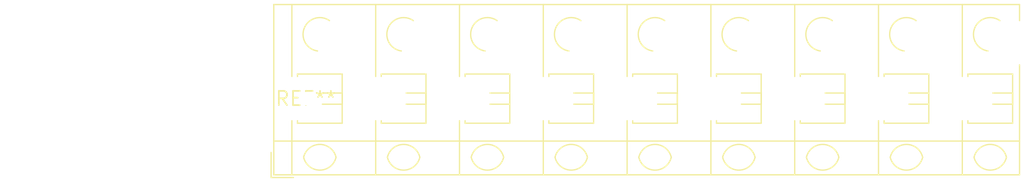
<source format=kicad_pcb>
(kicad_pcb (version 20240108) (generator pcbnew)
  (layers (0 "F.Cu" signal) (31 "B.Cu" signal) (34 "B.Paste" user) (35 "F.Paste" user) (36 "B.SilkS" user "B.Silkscreen") (37 "F.SilkS" user "F.Silkscreen") (38 "B.Mask" user) (39 "F.Mask" user) (44 "Edge.Cuts" user))
  (net 0 "")
  (footprint "TerminalBlock_WAGO_804-309_1x09_P7.50mm_45Degree" (layer "F.Cu") (at 0 0)
    (property "Reference" "REF**")
    (property "Value" "TerminalBlock_WAGO_804-309_1x09_P7.50mm_45Degree")
    (fp_line (start -3.11 4.82) (end -3.11 7.06) (layer "F.SilkS") (stroke (width 0.12)))
    (fp_line (start -3.11 7.06) (end -1.11 7.06) (layer "F.SilkS") (stroke (width 0.12)))
    (fp_line (start -2.87 -8.42) (end -2.87 6.82) (layer "F.SilkS") (stroke (width 0.12)))
    (fp_line (start -2.87 -8.42) (end 63.87 -8.42) (layer "F.SilkS") (stroke (width 0.12)))
    (fp_line (start -2.87 3.8) (end 63.87 3.8) (layer "F.SilkS") (stroke (width 0.12)))
    (fp_line (start -2.87 6.82) (end 63.87 6.82) (layer "F.SilkS") (stroke (width 0.12)))
    (fp_line (start -1.25 -8.42) (end -1.25 -1.98) (layer "F.SilkS") (stroke (width 0.12)))
    (fp_line (start -1.25 1.98) (end -1.25 6.82) (layer "F.SilkS") (stroke (width 0.12)))
    (fp_line (start -0.75 -2.2) (end -0.75 -1.98) (layer "F.SilkS") (stroke (width 0.12)))
    (fp_line (start -0.75 -2.2) (end 3.25 -2.2) (layer "F.SilkS") (stroke (width 0.12)))
    (fp_line (start -0.75 1.98) (end -0.75 2.2) (layer "F.SilkS") (stroke (width 0.12)))
    (fp_line (start -0.75 2.2) (end 3.25 2.2) (layer "F.SilkS") (stroke (width 0.12)))
    (fp_line (start 1.48 -0.5) (end 3.25 -0.5) (layer "F.SilkS") (stroke (width 0.12)))
    (fp_line (start 1.48 0.5) (end 3.25 0.5) (layer "F.SilkS") (stroke (width 0.12)))
    (fp_line (start 3.25 -2.2) (end 3.25 2.2) (layer "F.SilkS") (stroke (width 0.12)))
    (fp_line (start 3.25 -0.5) (end 3.25 0.5) (layer "F.SilkS") (stroke (width 0.12)))
    (fp_line (start 6.25 -8.42) (end 6.25 -1.98) (layer "F.SilkS") (stroke (width 0.12)))
    (fp_line (start 6.25 1.98) (end 6.25 6.82) (layer "F.SilkS") (stroke (width 0.12)))
    (fp_line (start 6.75 -2.2) (end 6.75 -1.98) (layer "F.SilkS") (stroke (width 0.12)))
    (fp_line (start 6.75 -2.2) (end 10.75 -2.2) (layer "F.SilkS") (stroke (width 0.12)))
    (fp_line (start 6.75 1.98) (end 6.75 2.2) (layer "F.SilkS") (stroke (width 0.12)))
    (fp_line (start 6.75 2.2) (end 10.75 2.2) (layer "F.SilkS") (stroke (width 0.12)))
    (fp_line (start 8.98 -0.5) (end 10.75 -0.5) (layer "F.SilkS") (stroke (width 0.12)))
    (fp_line (start 8.98 0.5) (end 10.75 0.5) (layer "F.SilkS") (stroke (width 0.12)))
    (fp_line (start 10.75 -2.2) (end 10.75 2.2) (layer "F.SilkS") (stroke (width 0.12)))
    (fp_line (start 10.75 -0.5) (end 10.75 0.5) (layer "F.SilkS") (stroke (width 0.12)))
    (fp_line (start 13.75 -8.42) (end 13.75 -1.98) (layer "F.SilkS") (stroke (width 0.12)))
    (fp_line (start 13.75 1.98) (end 13.75 6.82) (layer "F.SilkS") (stroke (width 0.12)))
    (fp_line (start 14.25 -2.2) (end 14.25 -1.98) (layer "F.SilkS") (stroke (width 0.12)))
    (fp_line (start 14.25 -2.2) (end 18.25 -2.2) (layer "F.SilkS") (stroke (width 0.12)))
    (fp_line (start 14.25 1.98) (end 14.25 2.2) (layer "F.SilkS") (stroke (width 0.12)))
    (fp_line (start 14.25 2.2) (end 18.25 2.2) (layer "F.SilkS") (stroke (width 0.12)))
    (fp_line (start 16.48 -0.5) (end 18.25 -0.5) (layer "F.SilkS") (stroke (width 0.12)))
    (fp_line (start 16.48 0.5) (end 18.25 0.5) (layer "F.SilkS") (stroke (width 0.12)))
    (fp_line (start 18.25 -2.2) (end 18.25 2.2) (layer "F.SilkS") (stroke (width 0.12)))
    (fp_line (start 18.25 -0.5) (end 18.25 0.5) (layer "F.SilkS") (stroke (width 0.12)))
    (fp_line (start 21.25 -8.42) (end 21.25 -1.98) (layer "F.SilkS") (stroke (width 0.12)))
    (fp_line (start 21.25 1.98) (end 21.25 6.82) (layer "F.SilkS") (stroke (width 0.12)))
    (fp_line (start 21.75 -2.2) (end 21.75 -1.98) (layer "F.SilkS") (stroke (width 0.12)))
    (fp_line (start 21.75 -2.2) (end 25.75 -2.2) (layer "F.SilkS") (stroke (width 0.12)))
    (fp_line (start 21.75 1.98) (end 21.75 2.2) (layer "F.SilkS") (stroke (width 0.12)))
    (fp_line (start 21.75 2.2) (end 25.75 2.2) (layer "F.SilkS") (stroke (width 0.12)))
    (fp_line (start 23.98 -0.5) (end 25.75 -0.5) (layer "F.SilkS") (stroke (width 0.12)))
    (fp_line (start 23.98 0.5) (end 25.75 0.5) (layer "F.SilkS") (stroke (width 0.12)))
    (fp_line (start 25.75 -2.2) (end 25.75 2.2) (layer "F.SilkS") (stroke (width 0.12)))
    (fp_line (start 25.75 -0.5) (end 25.75 0.5) (layer "F.SilkS") (stroke (width 0.12)))
    (fp_line (start 28.75 -8.42) (end 28.75 -1.98) (layer "F.SilkS") (stroke (width 0.12)))
    (fp_line (start 28.75 1.98) (end 28.75 6.82) (layer "F.SilkS") (stroke (width 0.12)))
    (fp_line (start 29.25 -2.2) (end 29.25 -1.98) (layer "F.SilkS") (stroke (width 0.12)))
    (fp_line (start 29.25 -2.2) (end 33.25 -2.2) (layer "F.SilkS") (stroke (width 0.12)))
    (fp_line (start 29.25 1.98) (end 29.25 2.2) (layer "F.SilkS") (stroke (width 0.12)))
    (fp_line (start 29.25 2.2) (end 33.25 2.2) (layer "F.SilkS") (stroke (width 0.12)))
    (fp_line (start 31.48 -0.5) (end 33.25 -0.5) (layer "F.SilkS") (stroke (width 0.12)))
    (fp_line (start 31.48 0.5) (end 33.25 0.5) (layer "F.SilkS") (stroke (width 0.12)))
    (fp_line (start 33.25 -2.2) (end 33.25 2.2) (layer "F.SilkS") (stroke (width 0.12)))
    (fp_line (start 33.25 -0.5) (end 33.25 0.5) (layer "F.SilkS") (stroke (width 0.12)))
    (fp_line (start 36.25 -8.42) (end 36.25 -1.98) (layer "F.SilkS") (stroke (width 0.12)))
    (fp_line (start 36.25 1.98) (end 36.25 6.82) (layer "F.SilkS") (stroke (width 0.12)))
    (fp_line (start 36.75 -2.2) (end 36.75 -1.98) (layer "F.SilkS") (stroke (width 0.12)))
    (fp_line (start 36.75 -2.2) (end 40.75 -2.2) (layer "F.SilkS") (stroke (width 0.12)))
    (fp_line (start 36.75 1.98) (end 36.75 2.2) (layer "F.SilkS") (stroke (width 0.12)))
    (fp_line (start 36.75 2.2) (end 40.75 2.2) (layer "F.SilkS") (stroke (width 0.12)))
    (fp_line (start 38.98 -0.5) (end 40.75 -0.5) (layer "F.SilkS") (stroke (width 0.12)))
    (fp_line (start 38.98 0.5) (end 40.75 0.5) (layer "F.SilkS") (stroke (width 0.12)))
    (fp_line (start 40.75 -2.2) (end 40.75 2.2) (layer "F.SilkS") (stroke (width 0.12)))
    (fp_line (start 40.75 -0.5) (end 40.75 0.5) (layer "F.SilkS") (stroke (width 0.12)))
    (fp_line (start 43.75 -8.42) (end 43.75 -1.98) (layer "F.SilkS") (stroke (width 0.12)))
    (fp_line (start 43.75 1.98) (end 43.75 6.82) (layer "F.SilkS") (stroke (width 0.12)))
    (fp_line (start 44.25 -2.2) (end 44.25 -1.98) (layer "F.SilkS") (stroke (width 0.12)))
    (fp_line (start 44.25 -2.2) (end 48.25 -2.2) (layer "F.SilkS") (stroke (width 0.12)))
    (fp_line (start 44.25 1.98) (end 44.25 2.2) (layer "F.SilkS") (stroke (width 0.12)))
    (fp_line (start 44.25 2.2) (end 48.25 2.2) (layer "F.SilkS") (stroke (width 0.12)))
    (fp_line (start 46.48 -0.5) (end 48.25 -0.5) (layer "F.SilkS") (stroke (width 0.12)))
    (fp_line (start 46.48 0.5) (end 48.25 0.5) (layer "F.SilkS") (stroke (width 0.12)))
    (fp_line (start 48.25 -2.2) (end 48.25 2.2) (layer "F.SilkS") (stroke (width 0.12)))
    (fp_line (start 48.25 -0.5) (end 48.25 0.5) (layer "F.SilkS") (stroke (width 0.12)))
    (fp_line (start 51.25 -8.42) (end 51.25 -1.98) (layer "F.SilkS") (stroke (width 0.12)))
    (fp_line (start 51.25 1.98) (end 51.25 6.82) (layer "F.SilkS") (stroke (width 0.12)))
    (fp_line (start 51.75 -2.2) (end 51.75 -1.98) (layer "F.SilkS") (stroke (width 0.12)))
    (fp_line (start 51.75 -2.2) (end 55.75 -2.2) (layer "F.SilkS") (stroke (width 0.12)))
    (fp_line (start 51.75 1.98) (end 51.75 2.2) (layer "F.SilkS") (stroke (width 0.12)))
    (fp_line (start 51.75 2.2) (end 55.75 2.2) (layer "F.SilkS") (stroke (width 0.12)))
    (fp_line (start 53.98 -0.5) (end 55.75 -0.5) (layer "F.SilkS") (stroke (width 0.12)))
    (fp_line (start 53.98 0.5) (end 55.75 0.5) (layer "F.SilkS") (stroke (width 0.12)))
    (fp_line (start 55.75 -2.2) (end 55.75 2.2) (layer "F.SilkS") (stroke (width 0.12)))
    (fp_line (start 55.75 -0.5) (end 55.75 0.5) (layer "F.SilkS") (stroke (width 0.12)))
    (fp_line (start 58.75 -8.42) (end 58.75 -1.98) (layer "F.SilkS") (stroke (width 0.12)))
    (fp_line (start 58.75 1.98) (end 58.75 6.82) (layer "F.SilkS") (stroke (width 0.12)))
    (fp_line (start 59.25 -2.2) (end 59.25 -1.98) (layer "F.SilkS") (stroke (width 0.12)))
    (fp_line (start 59.25 -2.2) (end 63.25 -2.2) (layer "F.SilkS") (stroke (width 0.12)))
    (fp_line (start 59.25 1.98) (end 59.25 2.2) (layer "F.SilkS") (stroke (width 0.12)))
    (fp_line (start 59.25 2.2) (end 63.25 2.2) (layer "F.SilkS") (stroke (width 0.12)))
    (fp_line (start 61.48 -0.5) (end 63.25 -0.5) (layer "F.SilkS") (stroke (width 0.12)))
    (fp_line (start 61.48 0.5) (end 63.25 0.5) (layer "F.SilkS") (stroke (width 0.12)))
    (fp_line (start 63.25 -2.2) (end 63.25 2.2) (layer "F.SilkS") (stroke (width 0.12)))
    (fp_line (start 63.25 -0.5) (end 63.25 0.5) (layer "F.SilkS") (stroke (width 0.12)))
    (fp_line (start 63.87 -8.42) (end 63.87 -6.98) (layer "F.SilkS") (stroke (width 0.12)))
    (fp_line (start 63.87 -3.02) (end 63.87 6.82) (layer "F.SilkS") (stroke (width 0.12)))
    (fp_arc (start -0.200865 5.250424) (mid 1.250296 4.099926) (end 2.701 5.251) (layer "F.SilkS") (stroke (width 0.12)))
    (fp_arc (start 1.040798 -4.264067) (mid -0.146039 -6.300306) (end 2.111 -6.979) (layer "F.SilkS") (stroke (width 0.12)))
    (fp_arc (start 2.7 5.25) (mid 1.250068 6.400101) (end -0.199969 5.250133) (layer "F.SilkS") (stroke (width 0.12)))
    (fp_arc (start 7.299135 5.250424) (mid 8.750296 4.099926) (end 10.201 5.251) (layer "F.SilkS") (stroke (width 0.12)))
    (fp_arc (start 8.540798 -4.264067) (mid 7.353961 -6.300306) (end 9.611 -6.979) (layer "F.SilkS") (stroke (width 0.12)))
    (fp_arc (start 10.2 5.25) (mid 8.750068 6.400101) (end 7.300031 5.250133) (layer "F.SilkS") (stroke (width 0.12)))
    (fp_arc (start 14.799135 5.250424) (mid 16.250296 4.099926) (end 17.701 5.251) (layer "F.SilkS") (stroke (width 0.12)))
    (fp_arc (start 16.040798 -4.264067) (mid 14.853961 -6.300306) (end 17.111 -6.979) (layer "F.SilkS") (stroke (width 0.12)))
    (fp_arc (start 17.7 5.25) (mid 16.250068 6.400101) (end 14.800031 5.250133) (layer "F.SilkS") (stroke (width 0.12)))
    (fp_arc (start 22.299135 5.250424) (mid 23.750296 4.099926) (end 25.201 5.251) (layer "F.SilkS") (stroke (width 0.12)))
    (fp_arc (start 23.540798 -4.264067) (mid 22.353961 -6.300306) (end 24.611 -6.979) (layer "F.SilkS") (stroke (width 0.12)))
    (fp_arc (start 25.2 5.25) (mid 23.750068 6.400101) (end 22.300031 5.250133) (layer "F.SilkS") (stroke (width 0.12)))
    (fp_arc (start 29.799135 5.250424) (mid 31.250296 4.099926) (end 32.701 5.251) (layer "F.SilkS") (stroke (width 0.12)))
    (fp_arc (start 31.040798 -4.264067) (mid 29.853961 -6.300306) (end 32.111 -6.979) (layer "F.SilkS") (stroke (width 0.12)))
    (fp_arc (start 32.701 5.25) (mid 31.250296 6.401074) (end 29.799135 5.250576) (layer "F.SilkS") (stroke (width 0.12)))
    (fp_arc (start 37.299135 5.250424) (mid 38.750296 4.099926) (end 40.201 5.251) (layer "F.SilkS") (stroke (width 0.12)))
    (fp_arc (start 38.540798 -4.264067) (mid 37.353961 -6.300306) (end 39.611 -6.979) (layer "F.SilkS") (stroke (width 0.12)))
    (fp_arc (start 40.2 5.25) (mid 38.750068 6.400101) (end 37.300031 5.250133) (layer "F.SilkS") (stroke (width 0.12)))
    (fp_arc (start 44.799135 5.250424) (mid 46.250296 4.099926) (end 47.701 5.251) (layer "F.SilkS") (stroke (width 0.12)))
    (fp_arc (start 46.040798 -4.264067) (mid 44.853961 -6.300306) (end 47.111 -6.979) (layer "F.SilkS") (stroke (width 0.12)))
    (fp_arc (start 47.7 5.25) (mid 46.250068 6.400101) (end 44.800031 5.250133) (layer "F.SilkS") (stroke (width 0.12)))
    (fp_arc (start 52.299135 5.250424) (mid 53.750296 4.099926) (end 55.201 5.251) (layer "F.SilkS") (stroke (width 0.12)))
    (fp_arc (start 53.540798 -4.264067) (mid 52.353961 -6.300306) (end 54.611 -6.979) (layer "F.SilkS") (stroke (width 0.12)))
    (fp_arc (start 55.2 5.25) (mid 53.750068 6.400101) (end 52.300031 5.250133) (layer "F.SilkS") (stroke (width 0.12)))
    (fp_arc (start 59.799135 5.250424) (mid 61.250296 4.099926) (end 62.701 5.251) (layer "F.SilkS") (stroke (width 0.12)))
    (fp_arc (start 61.040798 -4.264067) (mid 59.853961 -6.300306) (end 62.111 -6.979) (layer "F.SilkS") (stroke (width 0.12)))
    (fp_arc (start 62.7 5.25) (mid 61.250068 6.400101) (end 59.800031 5.250133) (layer "F.SilkS") (stroke (width 0.12)))
    (pad "1" thru_hole rect (at 0 0) (size 2 3) (drill 1.2) (layers *.Cu *.Mask) (remove_unused_layers))
    (pad "1" thru_hole rect (at 2.5 -5) (size 2 3) (drill 1.2) (layers *.Cu *.Mask) (remove_unused_layers))
    (pad "2" thru_hole oval (at 7.5 0) (size 2 3) (drill 1.2) (layers *.Cu *.Mask) (remove_unused_layers))
    (pad "2" thru_hole oval (at 10 -5) (size 2 3) (drill 1.2) (layers *.Cu *.Mask) (remove_unused_layers))
    (pad "3" thru_hole oval (at 15 0) (size 2 3) (drill 1.2) (layers *.Cu *.Mask) (remove_unused_layers))
    (pad "3" thru_hole oval (at 17.5 -5) (size 2 3) (drill 1.2) (layers *.Cu *.Mask) (remove_unused_layers))
    (pad "4" thru_hole oval (at 22.5 0) (size 2 3) (drill 1.2) (layers *.Cu *.Mask) (remove_unused_layers))
    (pad "4" thru_hole oval (at 25 -5) (size 2 3) (drill 1.2) (layers *.Cu *.Mask) (remove_unused_layers))
    (pad "5" thru_hole oval (at 30 0) (size 2 3) (drill 1.2) (layers *.Cu *.Mask) (remove_unused_layers))
    (pad "5" thru_hole oval (at 32.5 -5) (size 2 3) (drill 1.2) (layers *.Cu *.Mask) (remove_unused_layers))
    (pad "6" thru_hole oval (at 37.5 0) (size 2 3) (drill 1.2) (layers *.Cu *.Mask) (remove_unused_layers))
    (pad "6" thru_hole oval (at 40 -5) (size 2 3) (drill 1.2) (layers *.Cu *.Mask) (remove_unused_layers))
    (pad "7" thru_hole oval (at 45 0) (size 2 3) (drill 1.2) (layers *.Cu *.Mask) (remove_unused_layers))
    (pad "7" thru_hole oval (at 47.5 -5) (size 2 3) (drill 1.2) (layers *.Cu *.Mask) (remove_unused_layers))
    (pad "8" thru_hole oval (at 52.5 0) (size 2 3) (drill 1.2) (layers *.Cu *.Mask) (remove_unused_layers))
    (pad "8" thru_hole oval (at 55 -5) (size 2 3) (drill 1.2) (layers *.Cu *.Mask) (remove_unused_layers))
    (pad "9" thru_hole oval (at 60 0) (size 2 3) (drill 1.2) (layers *.Cu *.Mask) (remove_unused_layers))
    (pad "9" thru_hole oval (at 62.5 -5) (size 2 3) (drill 1.2) (layers *.Cu *.Mask) (remove_unused_layers))
  )
)
</source>
